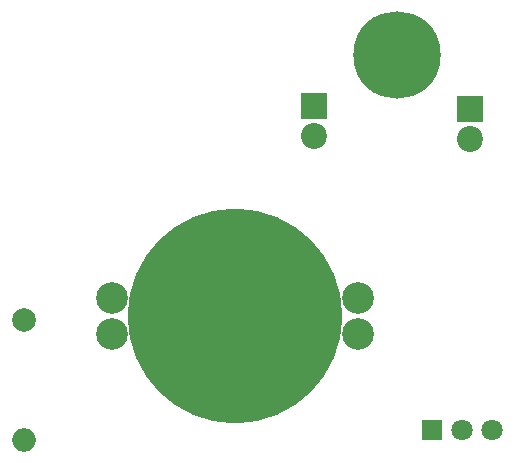
<source format=gbr>
G04 #@! TF.FileFunction,Soldermask,Bot*
%FSLAX46Y46*%
G04 Gerber Fmt 4.6, Leading zero omitted, Abs format (unit mm)*
G04 Created by KiCad (PCBNEW 4.0.7) date 09/18/18 19:10:44*
%MOMM*%
%LPD*%
G01*
G04 APERTURE LIST*
%ADD10C,0.100000*%
%ADD11C,2.686000*%
%ADD12C,18.180000*%
%ADD13R,2.200000X2.200000*%
%ADD14C,2.200000*%
%ADD15C,2.000000*%
%ADD16O,2.000000X2.000000*%
%ADD17R,1.797000X1.797000*%
%ADD18C,1.797000*%
%ADD19C,7.400000*%
G04 APERTURE END LIST*
D10*
D11*
X138500000Y-121080000D03*
X117672000Y-121080000D03*
X138500000Y-118032000D03*
X117672000Y-118032000D03*
D12*
X128086000Y-119556000D03*
D13*
X134820000Y-101800000D03*
D14*
X134820000Y-104340000D03*
D13*
X147990000Y-102040000D03*
D14*
X147990000Y-104580000D03*
D15*
X110270000Y-119910000D03*
D16*
X110270000Y-130070000D03*
D17*
X144820000Y-129250000D03*
D18*
X147360000Y-129250000D03*
X149900000Y-129250000D03*
D19*
X141830000Y-97460000D03*
M02*

</source>
